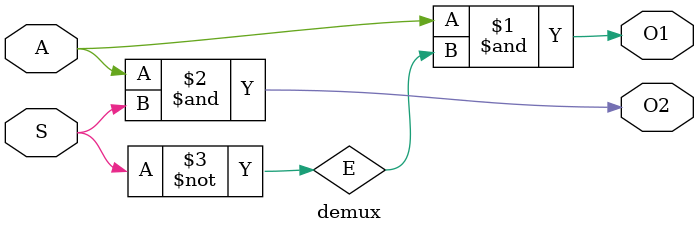
<source format=v>
module demux(input A,input S,output O1, output O2);
  wire E;
  not (E, S);
  and(O1,A,E);
  and(O2,A,S);
endmodule 
</source>
